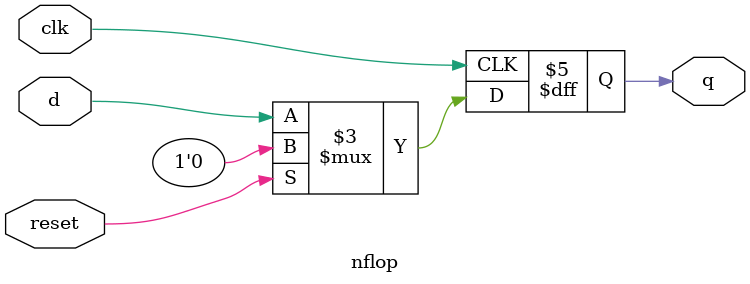
<source format=v>

module nflop
#(parameter Bits=1)
(
  input clk,
  input reset,
  input [Bits-1:0] d,
  output reg [Bits-1:0] q
);

always @(negedge clk) begin
  if (reset)
    q <= 0;
  else
    q <= d;
end

endmodule



</source>
